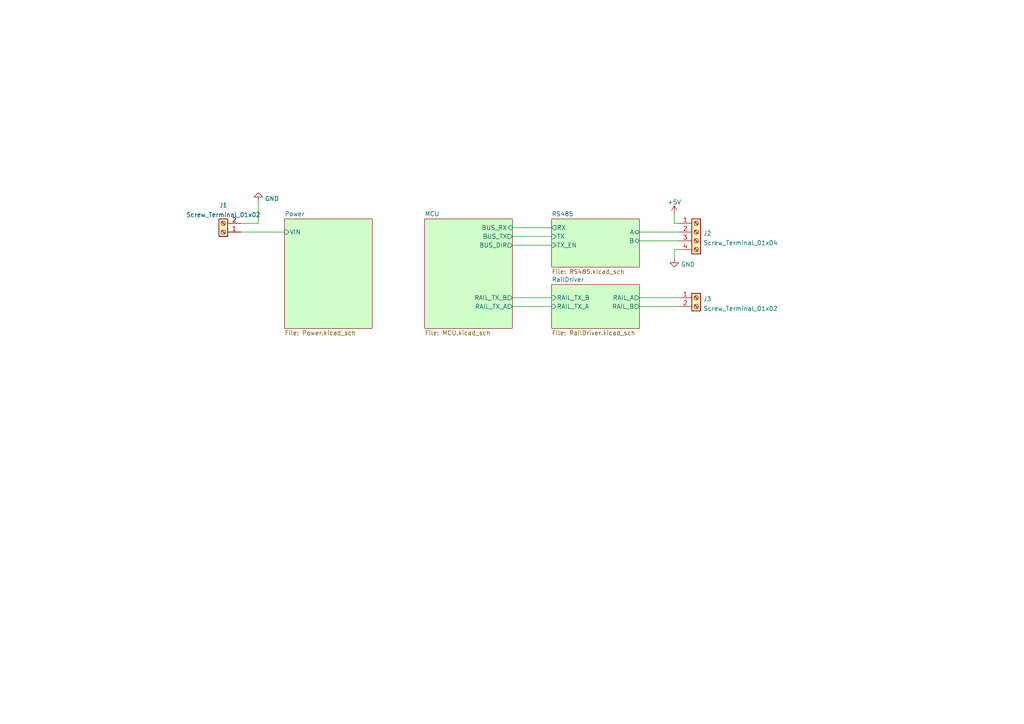
<source format=kicad_sch>
(kicad_sch (version 20211123) (generator eeschema)

  (uuid 85c911a1-8549-4cc9-8435-c4d04e4ea168)

  (paper "A4")

  (lib_symbols
    (symbol "Connector:Screw_Terminal_01x02" (pin_names (offset 1.016) hide) (in_bom yes) (on_board yes)
      (property "Reference" "J" (id 0) (at 0 2.54 0)
        (effects (font (size 1.27 1.27)))
      )
      (property "Value" "Screw_Terminal_01x02" (id 1) (at 0 -5.08 0)
        (effects (font (size 1.27 1.27)))
      )
      (property "Footprint" "" (id 2) (at 0 0 0)
        (effects (font (size 1.27 1.27)) hide)
      )
      (property "Datasheet" "~" (id 3) (at 0 0 0)
        (effects (font (size 1.27 1.27)) hide)
      )
      (property "ki_keywords" "screw terminal" (id 4) (at 0 0 0)
        (effects (font (size 1.27 1.27)) hide)
      )
      (property "ki_description" "Generic screw terminal, single row, 01x02, script generated (kicad-library-utils/schlib/autogen/connector/)" (id 5) (at 0 0 0)
        (effects (font (size 1.27 1.27)) hide)
      )
      (property "ki_fp_filters" "TerminalBlock*:*" (id 6) (at 0 0 0)
        (effects (font (size 1.27 1.27)) hide)
      )
      (symbol "Screw_Terminal_01x02_1_1"
        (rectangle (start -1.27 1.27) (end 1.27 -3.81)
          (stroke (width 0.254) (type default) (color 0 0 0 0))
          (fill (type background))
        )
        (circle (center 0 -2.54) (radius 0.635)
          (stroke (width 0.1524) (type default) (color 0 0 0 0))
          (fill (type none))
        )
        (polyline
          (pts
            (xy -0.5334 -2.2098)
            (xy 0.3302 -3.048)
          )
          (stroke (width 0.1524) (type default) (color 0 0 0 0))
          (fill (type none))
        )
        (polyline
          (pts
            (xy -0.5334 0.3302)
            (xy 0.3302 -0.508)
          )
          (stroke (width 0.1524) (type default) (color 0 0 0 0))
          (fill (type none))
        )
        (polyline
          (pts
            (xy -0.3556 -2.032)
            (xy 0.508 -2.8702)
          )
          (stroke (width 0.1524) (type default) (color 0 0 0 0))
          (fill (type none))
        )
        (polyline
          (pts
            (xy -0.3556 0.508)
            (xy 0.508 -0.3302)
          )
          (stroke (width 0.1524) (type default) (color 0 0 0 0))
          (fill (type none))
        )
        (circle (center 0 0) (radius 0.635)
          (stroke (width 0.1524) (type default) (color 0 0 0 0))
          (fill (type none))
        )
        (pin passive line (at -5.08 0 0) (length 3.81)
          (name "Pin_1" (effects (font (size 1.27 1.27))))
          (number "1" (effects (font (size 1.27 1.27))))
        )
        (pin passive line (at -5.08 -2.54 0) (length 3.81)
          (name "Pin_2" (effects (font (size 1.27 1.27))))
          (number "2" (effects (font (size 1.27 1.27))))
        )
      )
    )
    (symbol "Connector:Screw_Terminal_01x04" (pin_names (offset 1.016) hide) (in_bom yes) (on_board yes)
      (property "Reference" "J" (id 0) (at 0 5.08 0)
        (effects (font (size 1.27 1.27)))
      )
      (property "Value" "Screw_Terminal_01x04" (id 1) (at 0 -7.62 0)
        (effects (font (size 1.27 1.27)))
      )
      (property "Footprint" "" (id 2) (at 0 0 0)
        (effects (font (size 1.27 1.27)) hide)
      )
      (property "Datasheet" "~" (id 3) (at 0 0 0)
        (effects (font (size 1.27 1.27)) hide)
      )
      (property "ki_keywords" "screw terminal" (id 4) (at 0 0 0)
        (effects (font (size 1.27 1.27)) hide)
      )
      (property "ki_description" "Generic screw terminal, single row, 01x04, script generated (kicad-library-utils/schlib/autogen/connector/)" (id 5) (at 0 0 0)
        (effects (font (size 1.27 1.27)) hide)
      )
      (property "ki_fp_filters" "TerminalBlock*:*" (id 6) (at 0 0 0)
        (effects (font (size 1.27 1.27)) hide)
      )
      (symbol "Screw_Terminal_01x04_1_1"
        (rectangle (start -1.27 3.81) (end 1.27 -6.35)
          (stroke (width 0.254) (type default) (color 0 0 0 0))
          (fill (type background))
        )
        (circle (center 0 -5.08) (radius 0.635)
          (stroke (width 0.1524) (type default) (color 0 0 0 0))
          (fill (type none))
        )
        (circle (center 0 -2.54) (radius 0.635)
          (stroke (width 0.1524) (type default) (color 0 0 0 0))
          (fill (type none))
        )
        (polyline
          (pts
            (xy -0.5334 -4.7498)
            (xy 0.3302 -5.588)
          )
          (stroke (width 0.1524) (type default) (color 0 0 0 0))
          (fill (type none))
        )
        (polyline
          (pts
            (xy -0.5334 -2.2098)
            (xy 0.3302 -3.048)
          )
          (stroke (width 0.1524) (type default) (color 0 0 0 0))
          (fill (type none))
        )
        (polyline
          (pts
            (xy -0.5334 0.3302)
            (xy 0.3302 -0.508)
          )
          (stroke (width 0.1524) (type default) (color 0 0 0 0))
          (fill (type none))
        )
        (polyline
          (pts
            (xy -0.5334 2.8702)
            (xy 0.3302 2.032)
          )
          (stroke (width 0.1524) (type default) (color 0 0 0 0))
          (fill (type none))
        )
        (polyline
          (pts
            (xy -0.3556 -4.572)
            (xy 0.508 -5.4102)
          )
          (stroke (width 0.1524) (type default) (color 0 0 0 0))
          (fill (type none))
        )
        (polyline
          (pts
            (xy -0.3556 -2.032)
            (xy 0.508 -2.8702)
          )
          (stroke (width 0.1524) (type default) (color 0 0 0 0))
          (fill (type none))
        )
        (polyline
          (pts
            (xy -0.3556 0.508)
            (xy 0.508 -0.3302)
          )
          (stroke (width 0.1524) (type default) (color 0 0 0 0))
          (fill (type none))
        )
        (polyline
          (pts
            (xy -0.3556 3.048)
            (xy 0.508 2.2098)
          )
          (stroke (width 0.1524) (type default) (color 0 0 0 0))
          (fill (type none))
        )
        (circle (center 0 0) (radius 0.635)
          (stroke (width 0.1524) (type default) (color 0 0 0 0))
          (fill (type none))
        )
        (circle (center 0 2.54) (radius 0.635)
          (stroke (width 0.1524) (type default) (color 0 0 0 0))
          (fill (type none))
        )
        (pin passive line (at -5.08 2.54 0) (length 3.81)
          (name "Pin_1" (effects (font (size 1.27 1.27))))
          (number "1" (effects (font (size 1.27 1.27))))
        )
        (pin passive line (at -5.08 0 0) (length 3.81)
          (name "Pin_2" (effects (font (size 1.27 1.27))))
          (number "2" (effects (font (size 1.27 1.27))))
        )
        (pin passive line (at -5.08 -2.54 0) (length 3.81)
          (name "Pin_3" (effects (font (size 1.27 1.27))))
          (number "3" (effects (font (size 1.27 1.27))))
        )
        (pin passive line (at -5.08 -5.08 0) (length 3.81)
          (name "Pin_4" (effects (font (size 1.27 1.27))))
          (number "4" (effects (font (size 1.27 1.27))))
        )
      )
    )
    (symbol "power:+5V" (power) (pin_names (offset 0)) (in_bom yes) (on_board yes)
      (property "Reference" "#PWR" (id 0) (at 0 -3.81 0)
        (effects (font (size 1.27 1.27)) hide)
      )
      (property "Value" "+5V" (id 1) (at 0 3.556 0)
        (effects (font (size 1.27 1.27)))
      )
      (property "Footprint" "" (id 2) (at 0 0 0)
        (effects (font (size 1.27 1.27)) hide)
      )
      (property "Datasheet" "" (id 3) (at 0 0 0)
        (effects (font (size 1.27 1.27)) hide)
      )
      (property "ki_keywords" "power-flag" (id 4) (at 0 0 0)
        (effects (font (size 1.27 1.27)) hide)
      )
      (property "ki_description" "Power symbol creates a global label with name \"+5V\"" (id 5) (at 0 0 0)
        (effects (font (size 1.27 1.27)) hide)
      )
      (symbol "+5V_0_1"
        (polyline
          (pts
            (xy -0.762 1.27)
            (xy 0 2.54)
          )
          (stroke (width 0) (type default) (color 0 0 0 0))
          (fill (type none))
        )
        (polyline
          (pts
            (xy 0 0)
            (xy 0 2.54)
          )
          (stroke (width 0) (type default) (color 0 0 0 0))
          (fill (type none))
        )
        (polyline
          (pts
            (xy 0 2.54)
            (xy 0.762 1.27)
          )
          (stroke (width 0) (type default) (color 0 0 0 0))
          (fill (type none))
        )
      )
      (symbol "+5V_1_1"
        (pin power_in line (at 0 0 90) (length 0) hide
          (name "+5V" (effects (font (size 1.27 1.27))))
          (number "1" (effects (font (size 1.27 1.27))))
        )
      )
    )
    (symbol "power:GND" (power) (pin_names (offset 0)) (in_bom yes) (on_board yes)
      (property "Reference" "#PWR" (id 0) (at 0 -6.35 0)
        (effects (font (size 1.27 1.27)) hide)
      )
      (property "Value" "GND" (id 1) (at 0 -3.81 0)
        (effects (font (size 1.27 1.27)))
      )
      (property "Footprint" "" (id 2) (at 0 0 0)
        (effects (font (size 1.27 1.27)) hide)
      )
      (property "Datasheet" "" (id 3) (at 0 0 0)
        (effects (font (size 1.27 1.27)) hide)
      )
      (property "ki_keywords" "power-flag" (id 4) (at 0 0 0)
        (effects (font (size 1.27 1.27)) hide)
      )
      (property "ki_description" "Power symbol creates a global label with name \"GND\" , ground" (id 5) (at 0 0 0)
        (effects (font (size 1.27 1.27)) hide)
      )
      (symbol "GND_0_1"
        (polyline
          (pts
            (xy 0 0)
            (xy 0 -1.27)
            (xy 1.27 -1.27)
            (xy 0 -2.54)
            (xy -1.27 -1.27)
            (xy 0 -1.27)
          )
          (stroke (width 0) (type default) (color 0 0 0 0))
          (fill (type none))
        )
      )
      (symbol "GND_1_1"
        (pin power_in line (at 0 0 270) (length 0) hide
          (name "GND" (effects (font (size 1.27 1.27))))
          (number "1" (effects (font (size 1.27 1.27))))
        )
      )
    )
  )


  (wire (pts (xy 148.59 71.12) (xy 160.02 71.12))
    (stroke (width 0) (type default) (color 0 0 0 0))
    (uuid 02dbc17c-e99c-4c95-af7f-7105d756f27e)
  )
  (wire (pts (xy 185.42 67.31) (xy 196.85 67.31))
    (stroke (width 0) (type default) (color 0 0 0 0))
    (uuid 293e12e1-9f90-4995-82bf-69db81316bbf)
  )
  (wire (pts (xy 196.85 64.77) (xy 195.58 64.77))
    (stroke (width 0) (type default) (color 0 0 0 0))
    (uuid 2f4a9013-53f2-4efc-a93d-21fd69597c89)
  )
  (wire (pts (xy 148.59 68.58) (xy 160.02 68.58))
    (stroke (width 0) (type default) (color 0 0 0 0))
    (uuid 3024ee7c-1b94-4fc5-82d0-cd340e388314)
  )
  (wire (pts (xy 148.59 66.04) (xy 160.02 66.04))
    (stroke (width 0) (type default) (color 0 0 0 0))
    (uuid 35dfe4cd-0fec-48d4-b31d-971eb0bbb432)
  )
  (wire (pts (xy 69.85 64.77) (xy 74.93 64.77))
    (stroke (width 0) (type default) (color 0 0 0 0))
    (uuid 38260fcb-9268-46dc-b578-2005a0839834)
  )
  (wire (pts (xy 185.42 86.36) (xy 196.85 86.36))
    (stroke (width 0) (type default) (color 0 0 0 0))
    (uuid 39a3fa88-f938-47b9-b281-91f73d139dde)
  )
  (wire (pts (xy 195.58 62.23) (xy 195.58 64.77))
    (stroke (width 0) (type default) (color 0 0 0 0))
    (uuid 4c245842-d87e-40df-8a4f-5f50001bd355)
  )
  (wire (pts (xy 74.93 64.77) (xy 74.93 58.42))
    (stroke (width 0) (type default) (color 0 0 0 0))
    (uuid 95f60f90-ecfe-4edb-b9c0-ee52d5ba4a59)
  )
  (wire (pts (xy 185.42 88.9) (xy 196.85 88.9))
    (stroke (width 0) (type default) (color 0 0 0 0))
    (uuid a0ac7169-31ea-415f-9605-3eebe1150b6d)
  )
  (wire (pts (xy 195.58 72.39) (xy 196.85 72.39))
    (stroke (width 0) (type default) (color 0 0 0 0))
    (uuid bc92e509-ca7c-4e3f-8b4f-f51895eee43d)
  )
  (wire (pts (xy 148.59 86.36) (xy 160.02 86.36))
    (stroke (width 0) (type default) (color 0 0 0 0))
    (uuid bead5d8b-2710-444a-94af-19f10c3f14a7)
  )
  (wire (pts (xy 148.59 88.9) (xy 160.02 88.9))
    (stroke (width 0) (type default) (color 0 0 0 0))
    (uuid c1bc95f3-6c22-4903-8f9a-06730cba182a)
  )
  (wire (pts (xy 185.42 69.85) (xy 196.85 69.85))
    (stroke (width 0) (type default) (color 0 0 0 0))
    (uuid cecbb1ea-902e-43be-802b-7c120d353c59)
  )
  (wire (pts (xy 69.85 67.31) (xy 82.55 67.31))
    (stroke (width 0) (type default) (color 0 0 0 0))
    (uuid d20ccad5-72dc-4f65-853f-48532f679259)
  )
  (wire (pts (xy 195.58 74.93) (xy 195.58 72.39))
    (stroke (width 0) (type default) (color 0 0 0 0))
    (uuid f604cfbe-9cee-4f11-8688-5a51626ad867)
  )

  (symbol (lib_id "Connector:Screw_Terminal_01x04") (at 201.93 67.31 0) (unit 1)
    (in_bom yes) (on_board yes) (fields_autoplaced)
    (uuid 301c5174-0b07-4504-baf5-b69f7b38dd9c)
    (property "Reference" "J2" (id 0) (at 203.962 67.6715 0)
      (effects (font (size 1.27 1.27)) (justify left))
    )
    (property "Value" "Screw_Terminal_01x04" (id 1) (at 203.962 70.4466 0)
      (effects (font (size 1.27 1.27)) (justify left))
    )
    (property "Footprint" "TerminalBlock:TerminalBlock_bornier-4_P5.08mm" (id 2) (at 201.93 67.31 0)
      (effects (font (size 1.27 1.27)) hide)
    )
    (property "Datasheet" "~" (id 3) (at 201.93 67.31 0)
      (effects (font (size 1.27 1.27)) hide)
    )
    (pin "1" (uuid 28d25887-15ba-4392-b18e-10372db53e31))
    (pin "2" (uuid 2d0a9047-bf53-4b74-ac6c-a925a90f30b6))
    (pin "3" (uuid 1f383c24-1e06-418a-9342-cb71f68ae2af))
    (pin "4" (uuid 5f247224-7b1c-4e1c-956e-a0af17e181b5))
  )

  (symbol (lib_id "power:GND") (at 195.58 74.93 0) (unit 1)
    (in_bom yes) (on_board yes) (fields_autoplaced)
    (uuid 5c9dc5e9-08c3-4e4a-a335-88cf328a8010)
    (property "Reference" "#PWR0102" (id 0) (at 195.58 81.28 0)
      (effects (font (size 1.27 1.27)) hide)
    )
    (property "Value" "GND" (id 1) (at 197.485 76.679 0)
      (effects (font (size 1.27 1.27)) (justify left))
    )
    (property "Footprint" "" (id 2) (at 195.58 74.93 0)
      (effects (font (size 1.27 1.27)) hide)
    )
    (property "Datasheet" "" (id 3) (at 195.58 74.93 0)
      (effects (font (size 1.27 1.27)) hide)
    )
    (pin "1" (uuid 2a365be4-bbac-49a5-a4c1-b3af06725d4b))
  )

  (symbol (lib_id "Connector:Screw_Terminal_01x02") (at 64.77 67.31 180) (unit 1)
    (in_bom yes) (on_board yes) (fields_autoplaced)
    (uuid 5fddebe3-26dc-43a3-9abd-0cc12ded5aeb)
    (property "Reference" "J1" (id 0) (at 64.77 59.5335 0))
    (property "Value" "Screw_Terminal_01x02" (id 1) (at 64.77 62.3086 0))
    (property "Footprint" "TerminalBlock:TerminalBlock_bornier-2_P5.08mm" (id 2) (at 64.77 67.31 0)
      (effects (font (size 1.27 1.27)) hide)
    )
    (property "Datasheet" "~" (id 3) (at 64.77 67.31 0)
      (effects (font (size 1.27 1.27)) hide)
    )
    (pin "1" (uuid 4f906cbf-7f48-41a9-84b9-80c9f2479b2a))
    (pin "2" (uuid fbf7c8d6-d6b8-4638-b97c-cf1df2911abe))
  )

  (symbol (lib_id "Connector:Screw_Terminal_01x02") (at 201.93 86.36 0) (unit 1)
    (in_bom yes) (on_board yes) (fields_autoplaced)
    (uuid 93f160ba-c7bf-4c5b-8021-ae494b54d039)
    (property "Reference" "J3" (id 0) (at 203.962 86.7215 0)
      (effects (font (size 1.27 1.27)) (justify left))
    )
    (property "Value" "Screw_Terminal_01x02" (id 1) (at 203.962 89.4966 0)
      (effects (font (size 1.27 1.27)) (justify left))
    )
    (property "Footprint" "TerminalBlock:TerminalBlock_bornier-2_P5.08mm" (id 2) (at 201.93 86.36 0)
      (effects (font (size 1.27 1.27)) hide)
    )
    (property "Datasheet" "~" (id 3) (at 201.93 86.36 0)
      (effects (font (size 1.27 1.27)) hide)
    )
    (pin "1" (uuid 555edfc6-43d6-4349-b108-2486ab868381))
    (pin "2" (uuid 7915b603-7de0-4f3a-bbbe-c4343d3d8008))
  )

  (symbol (lib_id "power:GND") (at 74.93 58.42 180) (unit 1)
    (in_bom yes) (on_board yes) (fields_autoplaced)
    (uuid 973dc9b9-b3d7-4a29-82c9-aba80ec5d387)
    (property "Reference" "#PWR0103" (id 0) (at 74.93 52.07 0)
      (effects (font (size 1.27 1.27)) hide)
    )
    (property "Value" "GND" (id 1) (at 76.835 57.629 0)
      (effects (font (size 1.27 1.27)) (justify right))
    )
    (property "Footprint" "" (id 2) (at 74.93 58.42 0)
      (effects (font (size 1.27 1.27)) hide)
    )
    (property "Datasheet" "" (id 3) (at 74.93 58.42 0)
      (effects (font (size 1.27 1.27)) hide)
    )
    (pin "1" (uuid 937abd9e-50bc-43b7-ae40-37df80d3e199))
  )

  (symbol (lib_id "power:+5V") (at 195.58 62.23 0) (unit 1)
    (in_bom yes) (on_board yes) (fields_autoplaced)
    (uuid ba5cfc8a-c771-4ab1-925f-44c476311e1a)
    (property "Reference" "#PWR0101" (id 0) (at 195.58 66.04 0)
      (effects (font (size 1.27 1.27)) hide)
    )
    (property "Value" "+5V" (id 1) (at 195.58 58.6255 0))
    (property "Footprint" "" (id 2) (at 195.58 62.23 0)
      (effects (font (size 1.27 1.27)) hide)
    )
    (property "Datasheet" "" (id 3) (at 195.58 62.23 0)
      (effects (font (size 1.27 1.27)) hide)
    )
    (pin "1" (uuid 1294fd65-317c-475d-b79a-918b165175ca))
  )

  (sheet (at 160.02 63.5) (size 25.4 13.97) (fields_autoplaced)
    (stroke (width 0.1524) (type solid) (color 0 0 0 0))
    (fill (color 208 255 200 1.0000))
    (uuid 24628b37-6821-4c35-92d1-561c29cd6789)
    (property "Sheet name" "RS485" (id 0) (at 160.02 62.7884 0)
      (effects (font (size 1.27 1.27)) (justify left bottom))
    )
    (property "Sheet file" "RS485.kicad_sch" (id 1) (at 160.02 78.0546 0)
      (effects (font (size 1.27 1.27)) (justify left top))
    )
    (pin "RX" output (at 160.02 66.04 180)
      (effects (font (size 1.27 1.27)) (justify left))
      (uuid d374ed99-4b13-4d05-a97c-ff2f799c3ba3)
    )
    (pin "TX_EN" input (at 160.02 71.12 180)
      (effects (font (size 1.27 1.27)) (justify left))
      (uuid f68130d5-e0d8-46db-bc1f-886e342bfab9)
    )
    (pin "TX" input (at 160.02 68.58 180)
      (effects (font (size 1.27 1.27)) (justify left))
      (uuid 610776bb-a1ac-4507-ab8b-7b3028938d9b)
    )
    (pin "B" bidirectional (at 185.42 69.85 0)
      (effects (font (size 1.27 1.27)) (justify right))
      (uuid 023ad332-e571-420f-95bc-943ffe6e671f)
    )
    (pin "A" bidirectional (at 185.42 67.31 0)
      (effects (font (size 1.27 1.27)) (justify right))
      (uuid 4e9a1803-18ac-4654-a975-d671d8dbf24e)
    )
  )

  (sheet (at 160.02 82.55) (size 25.4 12.7) (fields_autoplaced)
    (stroke (width 0.1524) (type solid) (color 0 0 0 0))
    (fill (color 208 255 200 1.0000))
    (uuid 2b6f574a-b7c6-48ae-b545-ebff1355702d)
    (property "Sheet name" "RailDriver" (id 0) (at 160.02 81.8384 0)
      (effects (font (size 1.27 1.27)) (justify left bottom))
    )
    (property "Sheet file" "RailDriver.kicad_sch" (id 1) (at 160.02 95.8346 0)
      (effects (font (size 1.27 1.27)) (justify left top))
    )
    (pin "RAIL_A" output (at 185.42 86.36 0)
      (effects (font (size 1.27 1.27)) (justify right))
      (uuid c91d8be4-7eeb-426d-8104-1a6a2ee05485)
    )
    (pin "RAIL_B" output (at 185.42 88.9 0)
      (effects (font (size 1.27 1.27)) (justify right))
      (uuid 3d268e80-3cf2-4b9f-bc30-0211b1943b27)
    )
    (pin "RAIL_TX_B" input (at 160.02 86.36 180)
      (effects (font (size 1.27 1.27)) (justify left))
      (uuid 3b56ee6c-8007-438f-8415-f39418cf7f46)
    )
    (pin "RAIL_TX_A" input (at 160.02 88.9 180)
      (effects (font (size 1.27 1.27)) (justify left))
      (uuid a2d98058-d59d-4488-bf55-c724fd2351ec)
    )
  )

  (sheet (at 82.55 63.5) (size 25.4 31.75) (fields_autoplaced)
    (stroke (width 0.1524) (type solid) (color 0 0 0 0))
    (fill (color 208 255 200 1.0000))
    (uuid a34d20fc-c85d-492e-bb2e-8f3ad8a50ca1)
    (property "Sheet name" "Power" (id 0) (at 82.55 62.7884 0)
      (effects (font (size 1.27 1.27)) (justify left bottom))
    )
    (property "Sheet file" "Power.kicad_sch" (id 1) (at 82.55 95.8346 0)
      (effects (font (size 1.27 1.27)) (justify left top))
    )
    (pin "VIN" input (at 82.55 67.31 180)
      (effects (font (size 1.27 1.27)) (justify left))
      (uuid c1f4b8fb-aa8a-463e-928c-61a0b84476d0)
    )
  )

  (sheet (at 123.19 63.5) (size 25.4 31.75) (fields_autoplaced)
    (stroke (width 0.1524) (type solid) (color 0 0 0 0))
    (fill (color 208 255 200 1.0000))
    (uuid c7fcab2a-9ea0-490a-be3a-fd7118febbfb)
    (property "Sheet name" "MCU" (id 0) (at 123.19 62.7884 0)
      (effects (font (size 1.27 1.27)) (justify left bottom))
    )
    (property "Sheet file" "MCU.kicad_sch" (id 1) (at 123.19 95.8346 0)
      (effects (font (size 1.27 1.27)) (justify left top))
    )
    (pin "RAIL_TX_A" output (at 148.59 88.9 0)
      (effects (font (size 1.27 1.27)) (justify right))
      (uuid dcd3d65a-8cbf-4612-9c9b-1533fe023141)
    )
    (pin "RAIL_TX_B" output (at 148.59 86.36 0)
      (effects (font (size 1.27 1.27)) (justify right))
      (uuid 63faa736-51b3-4862-b11f-8f5fadaa96d1)
    )
    (pin "BUS_TX" output (at 148.59 68.58 0)
      (effects (font (size 1.27 1.27)) (justify right))
      (uuid fd9b0eda-152a-4a69-8082-56450d0341d3)
    )
    (pin "BUS_DIR" output (at 148.59 71.12 0)
      (effects (font (size 1.27 1.27)) (justify right))
      (uuid cebe8ea9-ac12-465e-ad87-030935f6a5df)
    )
    (pin "BUS_RX" input (at 148.59 66.04 0)
      (effects (font (size 1.27 1.27)) (justify right))
      (uuid 8af3d574-1ec9-4993-bea2-8949295b6973)
    )
  )

  (sheet_instances
    (path "/" (page "1"))
    (path "/24628b37-6821-4c35-92d1-561c29cd6789" (page "2"))
    (path "/c7fcab2a-9ea0-490a-be3a-fd7118febbfb" (page "3"))
    (path "/2b6f574a-b7c6-48ae-b545-ebff1355702d" (page "4"))
    (path "/a34d20fc-c85d-492e-bb2e-8f3ad8a50ca1" (page "5"))
  )

  (symbol_instances
    (path "/ba5cfc8a-c771-4ab1-925f-44c476311e1a"
      (reference "#PWR0101") (unit 1) (value "+5V") (footprint "")
    )
    (path "/5c9dc5e9-08c3-4e4a-a335-88cf328a8010"
      (reference "#PWR0102") (unit 1) (value "GND") (footprint "")
    )
    (path "/973dc9b9-b3d7-4a29-82c9-aba80ec5d387"
      (reference "#PWR0103") (unit 1) (value "GND") (footprint "")
    )
    (path "/24628b37-6821-4c35-92d1-561c29cd6789/5128997c-7162-4c47-82ed-2ce9abb3e9c6"
      (reference "#PWR0104") (unit 1) (value "+5V") (footprint "")
    )
    (path "/24628b37-6821-4c35-92d1-561c29cd6789/a8e44709-eb87-4c8c-93f4-2af55acc2876"
      (reference "#PWR0105") (unit 1) (value "GND") (footprint "")
    )
    (path "/c7fcab2a-9ea0-490a-be3a-fd7118febbfb/bcbd3cbf-737e-441a-b0c2-5107d19e5393"
      (reference "#PWR0106") (unit 1) (value "GND") (footprint "")
    )
    (path "/c7fcab2a-9ea0-490a-be3a-fd7118febbfb/08a5fb45-6de7-44d1-b36b-8e2232d2ce44"
      (reference "#PWR0107") (unit 1) (value "+3V3") (footprint "")
    )
    (path "/c7fcab2a-9ea0-490a-be3a-fd7118febbfb/8e0f1d43-3546-4f73-bb8d-fcdb85fd8bf8"
      (reference "#PWR0108") (unit 1) (value "GND") (footprint "")
    )
    (path "/c7fcab2a-9ea0-490a-be3a-fd7118febbfb/1867a3d2-3bb3-458c-8908-68455dc99540"
      (reference "#PWR0109") (unit 1) (value "+3V3") (footprint "")
    )
    (path "/c7fcab2a-9ea0-490a-be3a-fd7118febbfb/59546021-43ff-4871-9e8a-59b5168056d1"
      (reference "#PWR0110") (unit 1) (value "+3V3") (footprint "")
    )
    (path "/c7fcab2a-9ea0-490a-be3a-fd7118febbfb/bbfb18f5-d3ed-4952-8ff1-0ae257bd53b3"
      (reference "#PWR0111") (unit 1) (value "+3V3") (footprint "")
    )
    (path "/c7fcab2a-9ea0-490a-be3a-fd7118febbfb/31485192-1dcf-446e-bd68-a4e73bd022de"
      (reference "#PWR0112") (unit 1) (value "GND") (footprint "")
    )
    (path "/c7fcab2a-9ea0-490a-be3a-fd7118febbfb/837a169d-3095-4e9f-9522-6611d52c273f"
      (reference "#PWR0113") (unit 1) (value "GND") (footprint "")
    )
    (path "/c7fcab2a-9ea0-490a-be3a-fd7118febbfb/83c19223-a8c2-474e-8c0b-98206cb34ebe"
      (reference "#PWR0114") (unit 1) (value "GND") (footprint "")
    )
    (path "/c7fcab2a-9ea0-490a-be3a-fd7118febbfb/5fad4602-1669-4237-9be3-ef26a53b3f72"
      (reference "#PWR0115") (unit 1) (value "+5V") (footprint "")
    )
    (path "/c7fcab2a-9ea0-490a-be3a-fd7118febbfb/56400d89-bbad-4e7e-9526-aee91ef35899"
      (reference "#PWR0116") (unit 1) (value "GND") (footprint "")
    )
    (path "/c7fcab2a-9ea0-490a-be3a-fd7118febbfb/b2d530f6-af8e-4efd-891f-2f8ae67834b6"
      (reference "#PWR0117") (unit 1) (value "GND") (footprint "")
    )
    (path "/c7fcab2a-9ea0-490a-be3a-fd7118febbfb/9965b349-294c-4125-9c17-90f77a8e2245"
      (reference "#PWR0118") (unit 1) (value "+3V3") (footprint "")
    )
    (path "/c7fcab2a-9ea0-490a-be3a-fd7118febbfb/1a72fdd5-efb4-47c6-b8e5-003dadfb9e47"
      (reference "#PWR0119") (unit 1) (value "+3V3") (footprint "")
    )
    (path "/c7fcab2a-9ea0-490a-be3a-fd7118febbfb/716cd300-b560-45bd-949e-9a818ef3ede5"
      (reference "#PWR0120") (unit 1) (value "+3V3") (footprint "")
    )
    (path "/c7fcab2a-9ea0-490a-be3a-fd7118febbfb/c5de0fe3-e85d-485b-a41a-c89074148794"
      (reference "#PWR0121") (unit 1) (value "GND") (footprint "")
    )
    (path "/2b6f574a-b7c6-48ae-b545-ebff1355702d/c3884923-aff8-4b10-9f9e-996d2e02e784"
      (reference "#PWR0122") (unit 1) (value "GND") (footprint "")
    )
    (path "/2b6f574a-b7c6-48ae-b545-ebff1355702d/26da2d2e-7198-49ee-b939-9989a17808f1"
      (reference "#PWR0123") (unit 1) (value "+3V3") (footprint "")
    )
    (path "/2b6f574a-b7c6-48ae-b545-ebff1355702d/9948cf38-3a95-4edf-9b36-afadf89ef7be"
      (reference "#PWR0124") (unit 1) (value "GND") (footprint "")
    )
    (path "/2b6f574a-b7c6-48ae-b545-ebff1355702d/c6207cb3-0ffb-40d7-a11d-c5d8448e0a4d"
      (reference "#PWR0125") (unit 1) (value "+12V") (footprint "")
    )
    (path "/2b6f574a-b7c6-48ae-b545-ebff1355702d/63cad9b4-48c4-4ab1-81f8-bce366d26158"
      (reference "#PWR0126") (unit 1) (value "+3V3") (footprint "")
    )
    (path "/2b6f574a-b7c6-48ae-b545-ebff1355702d/4a060b2b-eb0e-4365-92d8-633215f475f1"
      (reference "#PWR0127") (unit 1) (value "GND") (footprint "")
    )
    (path "/2b6f574a-b7c6-48ae-b545-ebff1355702d/51d4b714-edeb-48d2-8b5a-b803db211740"
      (reference "#PWR0128") (unit 1) (value "+12V") (footprint "")
    )
    (path "/a34d20fc-c85d-492e-bb2e-8f3ad8a50ca1/1f8db41d-48fc-4c9b-ace8-c82a42dc15b5"
      (reference "#PWR0129") (unit 1) (value "+5V") (footprint "")
    )
    (path "/a34d20fc-c85d-492e-bb2e-8f3ad8a50ca1/94135b73-1b89-4cf2-a84f-a12af1f9761b"
      (reference "#PWR0130") (unit 1) (value "+12V") (footprint "")
    )
    (path "/a34d20fc-c85d-492e-bb2e-8f3ad8a50ca1/65e96c09-c060-4787-a214-0453b6b68ff7"
      (reference "#PWR0131") (unit 1) (value "GND") (footprint "")
    )
    (path "/24628b37-6821-4c35-92d1-561c29cd6789/3217d2ef-9ee3-42bb-8566-fc76374377dc"
      (reference "C1") (unit 1) (value "100n,50v") (footprint "C_Capacitor:C_0603")
    )
    (path "/c7fcab2a-9ea0-490a-be3a-fd7118febbfb/b02596ca-dcd9-464d-ab1a-c2405f04db03"
      (reference "C2") (unit 1) (value "100n,50v") (footprint "C_Capacitor:C_0603")
    )
    (path "/c7fcab2a-9ea0-490a-be3a-fd7118febbfb/a53c0772-6daa-4c0d-af55-d3aedd80ac97"
      (reference "C3") (unit 1) (value "10u,16V") (footprint "C_Capacitor:C_0805")
    )
    (path "/c7fcab2a-9ea0-490a-be3a-fd7118febbfb/8aa72065-3982-441f-b36b-7275944f4052"
      (reference "C4") (unit 1) (value "100n,50v") (footprint "C_Capacitor:C_0603")
    )
    (path "/c7fcab2a-9ea0-490a-be3a-fd7118febbfb/a8ff1449-82c0-47b9-8771-3866e351454f"
      (reference "C5") (unit 1) (value "100n,50v") (footprint "C_Capacitor:C_0603")
    )
    (path "/c7fcab2a-9ea0-490a-be3a-fd7118febbfb/d7932aab-2a33-43f5-a537-943f19614625"
      (reference "C6") (unit 1) (value "100n,50v") (footprint "C_Capacitor:C_0603")
    )
    (path "/2b6f574a-b7c6-48ae-b545-ebff1355702d/497b7a65-35e2-4556-89c5-d4bfe5027683"
      (reference "C7") (unit 1) (value "100n,50v") (footprint "C_Capacitor:C_0603")
    )
    (path "/2b6f574a-b7c6-48ae-b545-ebff1355702d/b66af2ec-8ad4-4f34-8c79-76dab224dc3a"
      (reference "C8") (unit 1) (value "100n,50v") (footprint "C_Capacitor:C_0603")
    )
    (path "/2b6f574a-b7c6-48ae-b545-ebff1355702d/dcbf6cc4-a918-47d7-8b04-68abbf11a9b7"
      (reference "C9") (unit 1) (value "100u,35v") (footprint "C_Capacitor:C_6.3mm_SMD")
    )
    (path "/2b6f574a-b7c6-48ae-b545-ebff1355702d/18d814c8-05dd-47b0-82ef-65561377abd7"
      (reference "C10") (unit 1) (value "100u,35v") (footprint "C_Capacitor:C_6.3mm_SMD")
    )
    (path "/a34d20fc-c85d-492e-bb2e-8f3ad8a50ca1/40a6bb63-32a5-4b7f-8549-d39251dc34b4"
      (reference "C11") (unit 1) (value "100n,50v") (footprint "C_Capacitor:C_0603")
    )
    (path "/a34d20fc-c85d-492e-bb2e-8f3ad8a50ca1/d1ce0fe1-55d5-4f4c-a40f-4905ffbae7fe"
      (reference "C12") (unit 1) (value "100n,50v") (footprint "C_Capacitor:C_0603")
    )
    (path "/a34d20fc-c85d-492e-bb2e-8f3ad8a50ca1/785e8a26-bc8a-47de-a789-013c5984f458"
      (reference "C13") (unit 1) (value "22p,50v") (footprint "C_Capacitor:C_0603")
    )
    (path "/a34d20fc-c85d-492e-bb2e-8f3ad8a50ca1/4ffd03da-ec47-4736-8004-63feeebe50fe"
      (reference "C14") (unit 1) (value "100n,50v") (footprint "C_Capacitor:C_0603")
    )
    (path "/a34d20fc-c85d-492e-bb2e-8f3ad8a50ca1/69c1652a-f47d-407a-89c8-7c2cceb86951"
      (reference "C15") (unit 1) (value "10u,16V") (footprint "C_Capacitor:C_0805")
    )
    (path "/a34d20fc-c85d-492e-bb2e-8f3ad8a50ca1/5720eaf4-2742-48c7-8576-703be34ffb73"
      (reference "C16") (unit 1) (value "100u,35v") (footprint "C_Capacitor:C_6.3mm_SMD")
    )
    (path "/c7fcab2a-9ea0-490a-be3a-fd7118febbfb/89ab3314-6831-447c-ad19-2165edf81d22"
      (reference "DS1") (unit 1) (value "LED,RED") (footprint "DS_LED:DS_0603")
    )
    (path "/c7fcab2a-9ea0-490a-be3a-fd7118febbfb/557c6357-27ff-4083-83cd-38cf7e0b27f7"
      (reference "DS2") (unit 1) (value "LED,GRN") (footprint "DS_LED:DS_0603")
    )
    (path "/a34d20fc-c85d-492e-bb2e-8f3ad8a50ca1/46d45a87-1fa1-4538-86f7-32b4b76d137f"
      (reference "F1") (unit 1) (value "0685T5000-01") (footprint "F_Fuse:F_1206")
    )
    (path "/5fddebe3-26dc-43a3-9abd-0cc12ded5aeb"
      (reference "J1") (unit 1) (value "Screw_Terminal_01x02") (footprint "TerminalBlock:TerminalBlock_bornier-2_P5.08mm")
    )
    (path "/301c5174-0b07-4504-baf5-b69f7b38dd9c"
      (reference "J2") (unit 1) (value "Screw_Terminal_01x04") (footprint "TerminalBlock:TerminalBlock_bornier-4_P5.08mm")
    )
    (path "/93f160ba-c7bf-4c5b-8021-ae494b54d039"
      (reference "J3") (unit 1) (value "Screw_Terminal_01x02") (footprint "TerminalBlock:TerminalBlock_bornier-2_P5.08mm")
    )
    (path "/c7fcab2a-9ea0-490a-be3a-fd7118febbfb/a9e0b54f-0c87-4449-b73b-6a4002a1aa4b"
      (reference "J4") (unit 1) (value "TC_2030_STLINK") (footprint "N_NonPart:TagConnect_2030")
    )
    (path "/a34d20fc-c85d-492e-bb2e-8f3ad8a50ca1/0c08af4b-a59b-424b-b821-0a726b2487e8"
      (reference "L1") (unit 1) (value "NLCV32T-4R7M-PFR") (footprint "L_Inductor:L_1210")
    )
    (path "/24628b37-6821-4c35-92d1-561c29cd6789/add8666e-ed60-40a0-a0d5-b1f9d69b37e3"
      (reference "R1") (unit 1) (value "10K") (footprint "R_Resistor:R_0603")
    )
    (path "/24628b37-6821-4c35-92d1-561c29cd6789/04b7d471-0992-45e6-9fa4-f78f667e93bb"
      (reference "R2") (unit 1) (value "10K") (footprint "R_Resistor:R_0603")
    )
    (path "/24628b37-6821-4c35-92d1-561c29cd6789/f466d5cb-4066-40c6-85b4-c1b2ec9f335a"
      (reference "R3") (unit 1) (value "10K") (footprint "R_Resistor:R_0603")
    )
    (path "/24628b37-6821-4c35-92d1-561c29cd6789/52d3b1a8-af7d-4fe8-8b84-a09b306697b6"
      (reference "R4") (unit 1) (value "120R") (footprint "R_Resistor:R_0603")
    )
    (path "/c7fcab2a-9ea0-490a-be3a-fd7118febbfb/d41c3e15-6426-4da6-9df3-56d8b66c6a14"
      (reference "R5") (unit 1) (value "300R") (footprint "R_Resistor:R_0603")
    )
    (path "/c7fcab2a-9ea0-490a-be3a-fd7118febbfb/e0e20a53-512f-4b4b-86ee-ceed841c1b5e"
      (reference "R6") (unit 1) (value "300R") (footprint "R_Resistor:R_0603")
    )
    (path "/c7fcab2a-9ea0-490a-be3a-fd7118febbfb/a1e2cf51-1f4b-49ba-8547-68c25722a02c"
      (reference "R7") (unit 1) (value "10K") (footprint "R_Resistor:R_0603")
    )
    (path "/c7fcab2a-9ea0-490a-be3a-fd7118febbfb/0b801c4b-74e9-418d-8d25-d1e5b133e121"
      (reference "R8") (unit 1) (value "10K") (footprint "R_Resistor:R_0603")
    )
    (path "/c7fcab2a-9ea0-490a-be3a-fd7118febbfb/067e704a-4735-4b01-91bc-6cb7aa516dce"
      (reference "R9") (unit 1) (value "10K") (footprint "R_Resistor:R_0603")
    )
    (path "/a34d20fc-c85d-492e-bb2e-8f3ad8a50ca1/9a47e77e-5178-4bc7-bb64-8add0d2a7c30"
      (reference "R10") (unit 1) (value "100K") (footprint "R_Resistor:R_0603")
    )
    (path "/a34d20fc-c85d-492e-bb2e-8f3ad8a50ca1/cd9a28f9-3ce2-4729-bbc6-a54694922766"
      (reference "R11") (unit 1) (value "10K") (footprint "R_Resistor:R_0603")
    )
    (path "/a34d20fc-c85d-492e-bb2e-8f3ad8a50ca1/4c74f8b3-9310-4ebc-8fed-73cfb89062ae"
      (reference "R12") (unit 1) (value "54.9K") (footprint "R_Resistor:R_0603")
    )
    (path "/a34d20fc-c85d-492e-bb2e-8f3ad8a50ca1/30a20918-63ca-419f-95e8-9e59c6668576"
      (reference "R13") (unit 1) (value "10K") (footprint "R_Resistor:R_0603")
    )
    (path "/c7fcab2a-9ea0-490a-be3a-fd7118febbfb/7cb8a66d-a4a1-411a-a9be-adaece23dd3f"
      (reference "R14") (unit 1) (value "10K") (footprint "R_Resistor:R_0603")
    )
    (path "/24628b37-6821-4c35-92d1-561c29cd6789/623408cc-6645-4f0d-ae17-50195c36c79f"
      (reference "U1") (unit 1) (value "SN75179BDR") (footprint "U_IC:SOIC_8")
    )
    (path "/c7fcab2a-9ea0-490a-be3a-fd7118febbfb/b6f5b6dc-43c6-4c9f-af93-ca80eb860087"
      (reference "U2") (unit 1) (value "MCP1755T-3302E/OT") (footprint "U_IC:SOT23_5")
    )
    (path "/c7fcab2a-9ea0-490a-be3a-fd7118febbfb/4f474b80-86a6-4e90-aee5-0f3a4f069662"
      (reference "U3") (unit 1) (value "STM32L011KxUx") (footprint "U_IC:QFN32_05_5x5_EP")
    )
    (path "/2b6f574a-b7c6-48ae-b545-ebff1355702d/7a290e5c-401d-43c2-a768-7cd2c8db8c7e"
      (reference "U4") (unit 1) (value "TB67H451FNG") (footprint "U_IC:SOIC_8")
    )
    (path "/a34d20fc-c85d-492e-bb2e-8f3ad8a50ca1/4e47cfdb-47b2-4652-b06c-a4a6ce8c30d4"
      (reference "U5") (unit 1) (value "RT6214BHGJ6F") (footprint "U_IC:SOT23_6")
    )
  )
)

</source>
